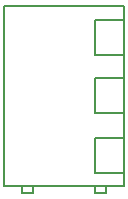
<source format=gbo>
G04 Layer_Color=32896*
%FSLAX44Y44*%
%MOMM*%
G71*
G01*
G75*
%ADD63C,0.2000*%
D63*
X667000Y-14400D02*
X690997D01*
X667000D02*
Y15600D01*
X690997D01*
X667000Y-65000D02*
X690997D01*
X667000D02*
Y-35000D01*
X690997D01*
X667000Y65000D02*
X690997D01*
X667000Y35000D02*
Y65000D01*
Y35000D02*
X690997D01*
X666999Y-81799D02*
X675999D01*
Y-75799D01*
X666999Y-81799D02*
Y-75799D01*
X605000Y-81799D02*
X614000D01*
Y-75799D01*
X605000D02*
X614000D01*
X605000Y-81799D02*
Y-75799D01*
X589997Y76598D02*
X691000D01*
Y-75799D02*
Y76598D01*
X590000Y-75799D02*
X691000D01*
X590000D02*
Y76601D01*
M02*

</source>
